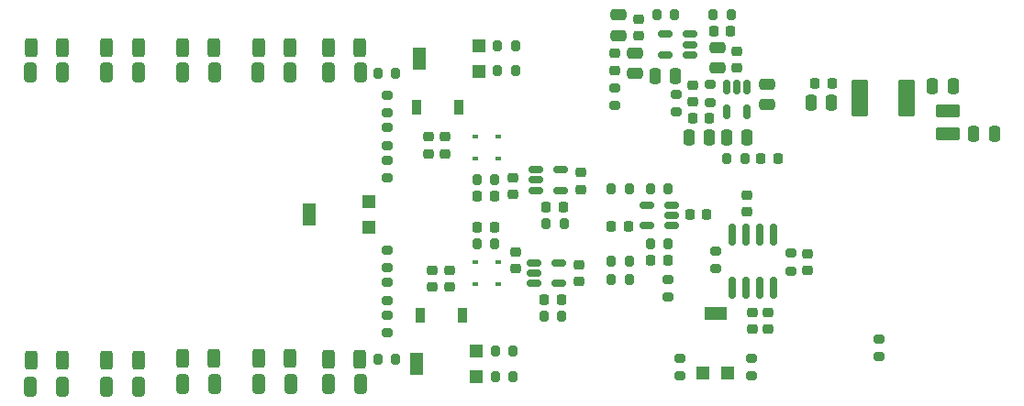
<source format=gbr>
%TF.GenerationSoftware,KiCad,Pcbnew,(6.0.0)*%
%TF.CreationDate,2024-01-04T18:13:25+01:00*%
%TF.ProjectId,Differential_Probe_v1r1,44696666-6572-4656-9e74-69616c5f5072,rev?*%
%TF.SameCoordinates,Original*%
%TF.FileFunction,Paste,Top*%
%TF.FilePolarity,Positive*%
%FSLAX46Y46*%
G04 Gerber Fmt 4.6, Leading zero omitted, Abs format (unit mm)*
G04 Created by KiCad (PCBNEW (6.0.0)) date 2024-01-04 18:13:25*
%MOMM*%
%LPD*%
G01*
G04 APERTURE LIST*
G04 Aperture macros list*
%AMRoundRect*
0 Rectangle with rounded corners*
0 $1 Rounding radius*
0 $2 $3 $4 $5 $6 $7 $8 $9 X,Y pos of 4 corners*
0 Add a 4 corners polygon primitive as box body*
4,1,4,$2,$3,$4,$5,$6,$7,$8,$9,$2,$3,0*
0 Add four circle primitives for the rounded corners*
1,1,$1+$1,$2,$3*
1,1,$1+$1,$4,$5*
1,1,$1+$1,$6,$7*
1,1,$1+$1,$8,$9*
0 Add four rect primitives between the rounded corners*
20,1,$1+$1,$2,$3,$4,$5,0*
20,1,$1+$1,$4,$5,$6,$7,0*
20,1,$1+$1,$6,$7,$8,$9,0*
20,1,$1+$1,$8,$9,$2,$3,0*%
G04 Aperture macros list end*
%ADD10RoundRect,0.200000X0.200000X0.275000X-0.200000X0.275000X-0.200000X-0.275000X0.200000X-0.275000X0*%
%ADD11R,1.300000X1.300000*%
%ADD12R,2.000000X1.300000*%
%ADD13RoundRect,0.250000X0.250000X0.475000X-0.250000X0.475000X-0.250000X-0.475000X0.250000X-0.475000X0*%
%ADD14RoundRect,0.250000X-0.250000X-0.475000X0.250000X-0.475000X0.250000X0.475000X-0.250000X0.475000X0*%
%ADD15RoundRect,0.250000X-0.325000X-0.650000X0.325000X-0.650000X0.325000X0.650000X-0.325000X0.650000X0*%
%ADD16RoundRect,0.200000X-0.200000X-0.275000X0.200000X-0.275000X0.200000X0.275000X-0.200000X0.275000X0*%
%ADD17R,0.600000X0.450000*%
%ADD18RoundRect,0.250000X-0.475000X0.250000X-0.475000X-0.250000X0.475000X-0.250000X0.475000X0.250000X0*%
%ADD19RoundRect,0.225000X0.250000X-0.225000X0.250000X0.225000X-0.250000X0.225000X-0.250000X-0.225000X0*%
%ADD20RoundRect,0.200000X0.275000X-0.200000X0.275000X0.200000X-0.275000X0.200000X-0.275000X-0.200000X0*%
%ADD21RoundRect,0.150000X-0.150000X0.512500X-0.150000X-0.512500X0.150000X-0.512500X0.150000X0.512500X0*%
%ADD22RoundRect,0.250000X0.475000X-0.250000X0.475000X0.250000X-0.475000X0.250000X-0.475000X-0.250000X0*%
%ADD23RoundRect,0.225000X-0.225000X-0.250000X0.225000X-0.250000X0.225000X0.250000X-0.225000X0.250000X0*%
%ADD24RoundRect,0.225000X0.225000X0.250000X-0.225000X0.250000X-0.225000X-0.250000X0.225000X-0.250000X0*%
%ADD25R,1.300000X2.000000*%
%ADD26RoundRect,0.225000X-0.250000X0.225000X-0.250000X-0.225000X0.250000X-0.225000X0.250000X0.225000X0*%
%ADD27RoundRect,0.250000X-0.312500X-0.625000X0.312500X-0.625000X0.312500X0.625000X-0.312500X0.625000X0*%
%ADD28RoundRect,0.218750X0.256250X-0.218750X0.256250X0.218750X-0.256250X0.218750X-0.256250X-0.218750X0*%
%ADD29RoundRect,0.250000X0.850000X-0.375000X0.850000X0.375000X-0.850000X0.375000X-0.850000X-0.375000X0*%
%ADD30RoundRect,0.200000X-0.275000X0.200000X-0.275000X-0.200000X0.275000X-0.200000X0.275000X0.200000X0*%
%ADD31RoundRect,0.150000X0.512500X0.150000X-0.512500X0.150000X-0.512500X-0.150000X0.512500X-0.150000X0*%
%ADD32R,0.900000X1.400000*%
%ADD33RoundRect,0.250000X0.537500X1.450000X-0.537500X1.450000X-0.537500X-1.450000X0.537500X-1.450000X0*%
%ADD34RoundRect,0.150000X-0.512500X-0.150000X0.512500X-0.150000X0.512500X0.150000X-0.512500X0.150000X0*%
%ADD35RoundRect,0.150000X0.150000X-0.825000X0.150000X0.825000X-0.150000X0.825000X-0.150000X-0.825000X0*%
%ADD36RoundRect,0.218750X-0.218750X-0.256250X0.218750X-0.256250X0.218750X0.256250X-0.218750X0.256250X0*%
G04 APERTURE END LIST*
D10*
%TO.C,R13*%
X162245000Y-102190000D03*
X160595000Y-102190000D03*
%TD*%
D11*
%TO.C,RV4*%
X179550000Y-132450000D03*
D12*
X180700000Y-126950000D03*
D11*
X181850000Y-132450000D03*
%TD*%
D13*
%TO.C,C5*%
X175150000Y-105000000D03*
X177050000Y-105000000D03*
%TD*%
D14*
%TO.C,C1*%
X204550000Y-110300000D03*
X206450000Y-110300000D03*
%TD*%
D15*
%TO.C,C22*%
X147937500Y-104700000D03*
X144987500Y-104700000D03*
%TD*%
D16*
%TO.C,R36*%
X171095000Y-115390000D03*
X172745000Y-115390000D03*
%TD*%
D15*
%TO.C,C9*%
X124525000Y-133690000D03*
X127475000Y-133690000D03*
%TD*%
D17*
%TO.C,D3*%
X160650000Y-124200000D03*
X158550000Y-124200000D03*
%TD*%
D18*
%TO.C,C25*%
X173300000Y-102850000D03*
X173300000Y-104750000D03*
%TD*%
D16*
%TO.C,R6*%
X175300000Y-99300000D03*
X176950000Y-99300000D03*
%TD*%
D19*
%TO.C,C14*%
X178600000Y-107375000D03*
X178600000Y-105825000D03*
%TD*%
D20*
%TO.C,R25*%
X150420000Y-125715000D03*
X150420000Y-124065000D03*
%TD*%
D15*
%TO.C,C7*%
X117525000Y-133690000D03*
X120475000Y-133690000D03*
%TD*%
D21*
%TO.C,U2*%
X183650000Y-106062500D03*
X182700000Y-106062500D03*
X181750000Y-106062500D03*
X181750000Y-108337500D03*
X183650000Y-108337500D03*
%TD*%
D15*
%TO.C,C11*%
X131525000Y-133490000D03*
X134475000Y-133490000D03*
%TD*%
D22*
%TO.C,C19*%
X171800000Y-101250000D03*
X171800000Y-99350000D03*
%TD*%
D23*
%TO.C,C45*%
X174745000Y-121990000D03*
X176295000Y-121990000D03*
%TD*%
D16*
%TO.C,R37*%
X171095000Y-122090000D03*
X172745000Y-122090000D03*
%TD*%
D19*
%TO.C,C42*%
X189200000Y-122975000D03*
X189200000Y-121425000D03*
%TD*%
D24*
%TO.C,C39*%
X166475000Y-125690000D03*
X164925000Y-125690000D03*
%TD*%
D11*
%TO.C,RV1*%
X158870000Y-104540000D03*
D25*
X153370000Y-103390000D03*
D11*
X158870000Y-102240000D03*
%TD*%
D10*
%TO.C,R33*%
X165080000Y-118610000D03*
X166730000Y-118610000D03*
%TD*%
D26*
%TO.C,C29*%
X173600000Y-99725000D03*
X173600000Y-101275000D03*
%TD*%
D24*
%TO.C,C36*%
X166655000Y-117110000D03*
X165105000Y-117110000D03*
%TD*%
D27*
%TO.C,R18*%
X145000000Y-102400000D03*
X147925000Y-102400000D03*
%TD*%
D16*
%TO.C,R41*%
X174695000Y-120490000D03*
X176345000Y-120490000D03*
%TD*%
D10*
%TO.C,R30*%
X183425000Y-112600000D03*
X181775000Y-112600000D03*
%TD*%
D15*
%TO.C,C15*%
X138562500Y-133490000D03*
X141512500Y-133490000D03*
%TD*%
D27*
%TO.C,R10*%
X124537500Y-102400000D03*
X127462500Y-102400000D03*
%TD*%
D14*
%TO.C,C4*%
X189525000Y-107500000D03*
X191425000Y-107500000D03*
%TD*%
D16*
%TO.C,R3*%
X160595000Y-104490000D03*
X162245000Y-104490000D03*
%TD*%
D14*
%TO.C,C26*%
X178250000Y-110700000D03*
X180150000Y-110700000D03*
%TD*%
D13*
%TO.C,C20*%
X183650000Y-110700000D03*
X181750000Y-110700000D03*
%TD*%
D28*
%TO.C,D5*%
X171400000Y-104487500D03*
X171400000Y-102912500D03*
%TD*%
D20*
%TO.C,R21*%
X150420000Y-108415000D03*
X150420000Y-106765000D03*
%TD*%
D19*
%TO.C,C40*%
X183600000Y-117575000D03*
X183600000Y-116025000D03*
%TD*%
D24*
%TO.C,C31*%
X160295000Y-116090000D03*
X158745000Y-116090000D03*
%TD*%
D27*
%TO.C,R12*%
X131537500Y-102400000D03*
X134462500Y-102400000D03*
%TD*%
D20*
%TO.C,R23*%
X150420000Y-114415000D03*
X150420000Y-112765000D03*
%TD*%
D10*
%TO.C,R28*%
X160345000Y-114590000D03*
X158695000Y-114590000D03*
%TD*%
D29*
%TO.C,L1*%
X202200000Y-110375000D03*
X202200000Y-108225000D03*
%TD*%
D17*
%TO.C,D2*%
X158570000Y-110590000D03*
X160670000Y-110590000D03*
%TD*%
D20*
%TO.C,R32*%
X184000000Y-132725000D03*
X184000000Y-131075000D03*
%TD*%
D27*
%TO.C,R2*%
X117537500Y-102400000D03*
X120462500Y-102400000D03*
%TD*%
D15*
%TO.C,C10*%
X124525000Y-104700000D03*
X127475000Y-104700000D03*
%TD*%
D20*
%TO.C,R24*%
X150420000Y-122715000D03*
X150420000Y-121065000D03*
%TD*%
D23*
%TO.C,C13*%
X182125000Y-100850000D03*
X180575000Y-100850000D03*
%TD*%
D30*
%TO.C,R31*%
X177400000Y-131075000D03*
X177400000Y-132725000D03*
%TD*%
D27*
%TO.C,R17*%
X145000000Y-131190000D03*
X147925000Y-131190000D03*
%TD*%
D31*
%TO.C,U1*%
X176062500Y-103050000D03*
X176062500Y-101150000D03*
X178337500Y-101150000D03*
X178337500Y-102100000D03*
X178337500Y-103050000D03*
%TD*%
D26*
%TO.C,C33*%
X168300000Y-113925000D03*
X168300000Y-115475000D03*
%TD*%
D24*
%TO.C,C30*%
X180175000Y-108900000D03*
X178625000Y-108900000D03*
%TD*%
D26*
%TO.C,C24*%
X156200000Y-124475000D03*
X156200000Y-122925000D03*
%TD*%
D27*
%TO.C,R1*%
X117537500Y-131290000D03*
X120462500Y-131290000D03*
%TD*%
D24*
%TO.C,C43*%
X172675000Y-118890000D03*
X171125000Y-118890000D03*
%TD*%
D27*
%TO.C,R16*%
X138537500Y-102400000D03*
X141462500Y-102400000D03*
%TD*%
D26*
%TO.C,C27*%
X154200000Y-110625000D03*
X154200000Y-112175000D03*
%TD*%
D24*
%TO.C,C32*%
X160295000Y-118990000D03*
X158745000Y-118990000D03*
%TD*%
D15*
%TO.C,C12*%
X134475000Y-104700000D03*
X131525000Y-104700000D03*
%TD*%
D27*
%TO.C,R5*%
X124537500Y-131290000D03*
X127462500Y-131290000D03*
%TD*%
D26*
%TO.C,C37*%
X168120000Y-122415000D03*
X168120000Y-123965000D03*
%TD*%
D17*
%TO.C,D1*%
X158570000Y-112590000D03*
X160670000Y-112590000D03*
%TD*%
D10*
%TO.C,R19*%
X151225000Y-104790000D03*
X149575000Y-104790000D03*
%TD*%
D17*
%TO.C,D4*%
X158550000Y-122200000D03*
X160650000Y-122200000D03*
%TD*%
D20*
%TO.C,R26*%
X150420000Y-128715000D03*
X150420000Y-127065000D03*
%TD*%
D13*
%TO.C,C2*%
X202650000Y-105900000D03*
X200750000Y-105900000D03*
%TD*%
D15*
%TO.C,C16*%
X141475000Y-104700000D03*
X138525000Y-104700000D03*
%TD*%
D11*
%TO.C,RV2*%
X158670000Y-132740000D03*
D25*
X153170000Y-131590000D03*
D11*
X158670000Y-130440000D03*
%TD*%
D16*
%TO.C,R7*%
X180525000Y-99350000D03*
X182175000Y-99350000D03*
%TD*%
D32*
%TO.C,C18*%
X157370000Y-127090000D03*
X153470000Y-127090000D03*
%TD*%
D15*
%TO.C,C8*%
X120475000Y-104700000D03*
X117525000Y-104700000D03*
%TD*%
D33*
%TO.C,C46*%
X198337500Y-107000000D03*
X194062500Y-107000000D03*
%TD*%
D26*
%TO.C,C23*%
X155800000Y-110625000D03*
X155800000Y-112175000D03*
%TD*%
D10*
%TO.C,R34*%
X166525000Y-127190000D03*
X164875000Y-127190000D03*
%TD*%
D24*
%TO.C,C48*%
X191450000Y-105700000D03*
X189900000Y-105700000D03*
%TD*%
D20*
%TO.C,R38*%
X180700000Y-122825000D03*
X180700000Y-121175000D03*
%TD*%
D19*
%TO.C,C35*%
X184100000Y-128375000D03*
X184100000Y-126825000D03*
%TD*%
D30*
%TO.C,R27*%
X171400000Y-106075000D03*
X171400000Y-107725000D03*
%TD*%
D19*
%TO.C,C38*%
X162300000Y-122775000D03*
X162300000Y-121225000D03*
%TD*%
D10*
%TO.C,R14*%
X162045000Y-132790000D03*
X160395000Y-132790000D03*
%TD*%
D30*
%TO.C,R35*%
X187700000Y-121375000D03*
X187700000Y-123025000D03*
%TD*%
D20*
%TO.C,R22*%
X150420000Y-111415000D03*
X150420000Y-109765000D03*
%TD*%
D10*
%TO.C,R29*%
X160345000Y-120490000D03*
X158695000Y-120490000D03*
%TD*%
D18*
%TO.C,C3*%
X180900000Y-102350000D03*
X180900000Y-104250000D03*
%TD*%
D27*
%TO.C,R11*%
X131537500Y-131090000D03*
X134462500Y-131090000D03*
%TD*%
D23*
%TO.C,C44*%
X178345000Y-117790000D03*
X179895000Y-117790000D03*
%TD*%
D31*
%TO.C,U6*%
X176657500Y-118840000D03*
X176657500Y-117890000D03*
X176657500Y-116940000D03*
X174382500Y-116940000D03*
X174382500Y-118840000D03*
%TD*%
D27*
%TO.C,R15*%
X138537500Y-131090000D03*
X141462500Y-131090000D03*
%TD*%
D16*
%TO.C,R39*%
X174695000Y-115390000D03*
X176345000Y-115390000D03*
%TD*%
D26*
%TO.C,C28*%
X154600000Y-122925000D03*
X154600000Y-124475000D03*
%TD*%
D16*
%TO.C,R4*%
X160395000Y-130390000D03*
X162045000Y-130390000D03*
%TD*%
D26*
%TO.C,C41*%
X185600000Y-126825000D03*
X185600000Y-128375000D03*
%TD*%
D34*
%TO.C,U4*%
X163982500Y-122240000D03*
X163982500Y-123190000D03*
X163982500Y-124140000D03*
X166257500Y-124140000D03*
X166257500Y-122240000D03*
%TD*%
D30*
%TO.C,R42*%
X176300000Y-123775000D03*
X176300000Y-125425000D03*
%TD*%
D10*
%TO.C,R20*%
X151225000Y-131200000D03*
X149575000Y-131200000D03*
%TD*%
D30*
%TO.C,R9*%
X180200000Y-107425000D03*
X180200000Y-105775000D03*
%TD*%
D32*
%TO.C,C17*%
X153170000Y-107890000D03*
X157070000Y-107890000D03*
%TD*%
D34*
%TO.C,U3*%
X164162500Y-113650000D03*
X164162500Y-114600000D03*
X164162500Y-115550000D03*
X166437500Y-115550000D03*
X166437500Y-113650000D03*
%TD*%
D11*
%TO.C,RV3*%
X148750000Y-118940000D03*
D25*
X143250000Y-117790000D03*
D11*
X148750000Y-116640000D03*
%TD*%
D20*
%TO.C,R8*%
X177100000Y-108325000D03*
X177100000Y-106675000D03*
%TD*%
D35*
%TO.C,U5*%
X182295000Y-119625000D03*
X183565000Y-119625000D03*
X184835000Y-119625000D03*
X186105000Y-119625000D03*
X186105000Y-124575000D03*
X184835000Y-124575000D03*
X183565000Y-124575000D03*
X182295000Y-124575000D03*
%TD*%
D15*
%TO.C,C21*%
X144987500Y-133490000D03*
X147937500Y-133490000D03*
%TD*%
D20*
%TO.C,R43*%
X195782500Y-130915000D03*
X195782500Y-129265000D03*
%TD*%
D10*
%TO.C,R40*%
X172745000Y-123790000D03*
X171095000Y-123790000D03*
%TD*%
D36*
%TO.C,D6*%
X184912500Y-112600000D03*
X186487500Y-112600000D03*
%TD*%
D19*
%TO.C,C47*%
X182700000Y-104275000D03*
X182700000Y-102725000D03*
%TD*%
D18*
%TO.C,C6*%
X185500000Y-105750000D03*
X185500000Y-107650000D03*
%TD*%
D26*
%TO.C,C34*%
X162020000Y-114415000D03*
X162020000Y-115965000D03*
%TD*%
M02*

</source>
